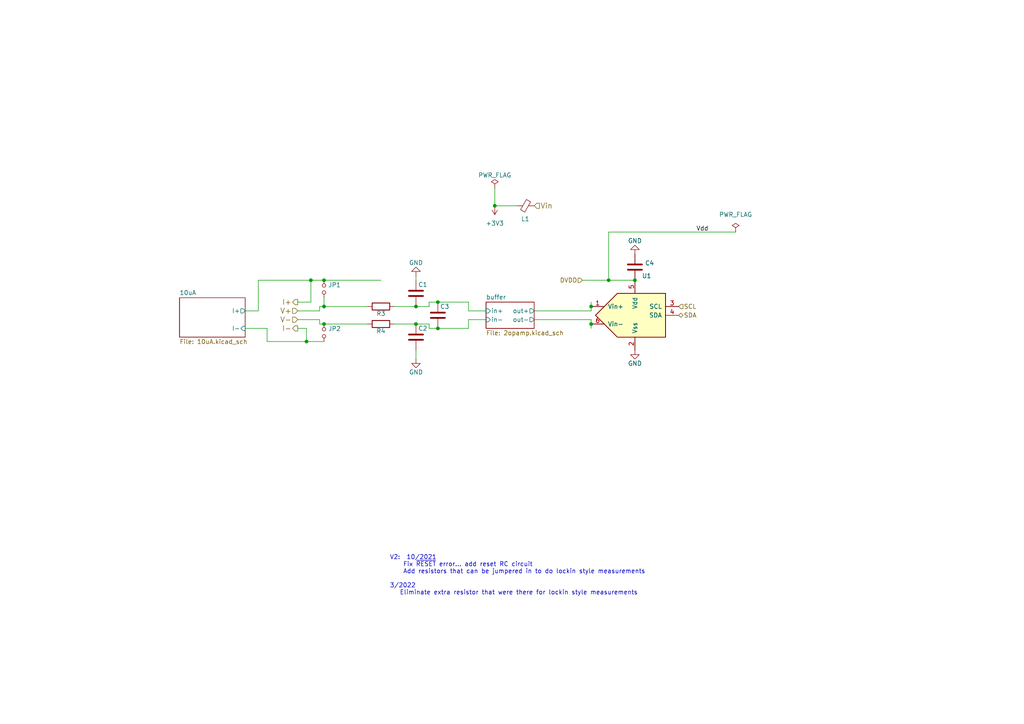
<source format=kicad_sch>
(kicad_sch (version 20211123) (generator eeschema)
  (paper "A4")
  (lib_symbols
    (symbol "0JLC-6:100nF" (pin_numbers hide) (pin_names (offset 0.254))
      (property "Reference" "C" (at 0.635 2.54 0))
      (property "Value" "100nF" (at 0.635 -2.54 0))
      (symbol "100nF_0_1"
        (polyline (pts (xy -2.032 -0.762) (xy 2.032 -0.762)) (stroke (width 0.508)))
        (polyline (pts (xy -2.032 0.762) (xy 2.032 0.762)) (stroke (width 0.508)))
      )
      (symbol "100nF_1_1"
        (pin passive line (at 0 3.81 270) (length 2.794) (name "~") (number "1"))
        (pin passive line (at 0 -3.81 90) (length 2.794) (name "~") (number "2"))
      )
    )
    (symbol "Analog_ADC:MCP3421A0T-ECH" (pin_names (offset 1.016))
      (property "Reference" "U" (at -10.16 7.62 0))
      (property "Value" "MCP3421A0T-ECH" (at 2.54 7.62 0))
      (symbol "MCP3421A0T-ECH_0_1"
        (polyline (pts (xy -5.08 6.35) (xy 8.89 6.35) (xy 8.89 0) (xy 8.89 -6.35) (xy -5.08 -6.35) (xy -11.43 0) (xy -5.08 6.35)) (stroke (width 0.254)) (fill (type background)))
      )
      (symbol "MCP3421A0T-ECH_1_1"
        (pin passive line (at -12.7 2.54 0) (length 3.81) (name "Vin+") (number "1"))
        (pin power_in line (at 0 -10.16 90) (length 3.81) (name "Vss") (number "2"))
        (pin input line (at 12.7 2.54 180) (length 3.81) (name "SCL") (number "3"))
        (pin bidirectional line (at 12.7 0 180) (length 3.81) (name "SDA") (number "4"))
        (pin power_in line (at 0 10.16 270) (length 3.81) (name "Vdd") (number "5"))
        (pin passive line (at -12.7 -2.54 0) (length 3.81) (name "Vin-") (number "6"))
      )
    )
    (symbol "Device:C" (pin_numbers hide) (pin_names (offset 0.254))
      (property "Reference" "C" (at 0.635 2.54 0))
      (property "Value" "C" (at 0.635 -2.54 0))
      (symbol "C_0_1"
        (polyline (pts (xy -2.032 -0.762) (xy 2.032 -0.762)) (stroke (width 0.508)))
        (polyline (pts (xy -2.032 0.762) (xy 2.032 0.762)) (stroke (width 0.508)))
      )
      (symbol "C_1_1"
        (pin passive line (at 0 3.81 270) (length 2.794) (name "~") (number "1"))
        (pin passive line (at 0 -3.81 90) (length 2.794) (name "~") (number "2"))
      )
    )
    (symbol "Device:R" (pin_numbers hide) (pin_names (offset 0))
      (property "Reference" "R" (at 2.032 0 90))
      (property "Value" "R" (at 0 0 90))
      (symbol "R_0_1"
        (rectangle (start -1.016 -2.54) (end 1.016 2.54) (stroke (width 0.254)))
      )
      (symbol "R_1_1"
        (pin passive line (at 0 3.81 270) (length 1.27) (name "~") (number "1"))
        (pin passive line (at 0 -3.81 90) (length 1.27) (name "~") (number "2"))
      )
    )
    (symbol "power:+3.3V" (power) (pin_names (offset 0))
      (property "Value" "+3.3V" (at 0 3.556 0))
      (symbol "+3.3V_0_1"
        (polyline (pts (xy -0.762 1.27) (xy 0 2.54)))
        (polyline (pts (xy 0 0) (xy 0 2.54)))
        (polyline (pts (xy 0 2.54) (xy 0.762 1.27)))
      )
      (symbol "+3.3V_1_1"
        (pin power_in line (at 0 0 90) (length 0) hide (name "+3V3") (number "1"))
      )
    )
    (symbol "power:GND" (power) (pin_names (offset 0))
      (property "Value" "GND" (at 0 -3.81 0))
      (symbol "GND_0_1"
        (polyline (pts (xy 0 0) (xy 0 -1.27) (xy 1.27 -1.27) (xy 0 -2.54) (xy -1.27 -1.27) (xy 0 -1.27)))
      )
      (symbol "GND_1_1"
        (pin power_in line (at 0 0 270) (length 0) hide (name "GND") (number "1"))
      )
    )
    (symbol "power:PWR_FLAG" (power) (pin_numbers hide) (pin_names (offset 0) hide)
      (property "Value" "PWR_FLAG" (at 0 3.81 0))
      (symbol "PWR_FLAG_0_0"
        (pin power_out line (at 0 0 90) (length 0) (name "pwr") (number "1"))
      )
      (symbol "PWR_FLAG_0_1"
        (polyline (pts (xy 0 0) (xy 0 1.27) (xy -1.016 1.905) (xy 0 2.54) (xy 1.016 1.905) (xy 0 1.27)))
      )
    )
    (symbol "two-wire-single-rescue:Ferrite_Bead_Small-Device" (pin_numbers hide) (pin_names (offset 0))
      (property "Reference" "FB" (at 1.905 1.27 0))
      (property "Value" "Ferrite_Bead_Small-Device" (at 1.905 -1.27 0))
      (symbol "Ferrite_Bead_Small-Device_0_1"
        (polyline (pts (xy 0 -1.27) (xy 0 -0.7874)))
        (polyline (pts (xy 0 0.889) (xy 0 1.2954)))
        (polyline (pts (xy -1.8288 0.2794) (xy -1.1176 1.4986) (xy 1.8288 -0.2032) (xy 1.1176 -1.4224) (xy -1.8288 0.2794)))
      )
      (symbol "Ferrite_Bead_Small-Device_1_1"
        (pin passive line (at 0 2.54 270) (length 1.27) (name "~") (number "1"))
        (pin passive line (at 0 -2.54 90) (length 1.27) (name "~") (number "2"))
      )
    )
    (symbol "two-wire-single-rescue:Jumper_NO_Small-Device" (pin_numbers hide) (pin_names (offset 0.762) hide)
      (property "Reference" "JP" (at 0 2.032 0))
      (property "Value" "Jumper_NO_Small-Device" (at 0.254 -1.524 0))
      (symbol "Jumper_NO_Small-Device_0_1"
        (circle (center -1.016 0) (radius 0.508))
        (circle (center 1.016 0) (radius 0.508))
        (pin passive line (at -2.54 0 0) (length 1.016) (name "1") (number "1"))
        (pin passive line (at 2.54 0 180) (length 1.016) (name "2") (number "2"))
      )
    )
  )
  (junction (at 184.15 81.28))
  (junction (at 171.45 93.98))
  (junction (at 93.98 81.28))
  (junction (at 93.98 93.98))
  (junction (at 176.53 81.28))
  (junction (at 90.17 81.28))
  (junction (at 127 95.25))
  (junction (at 120.65 93.98))
  (junction (at 127 87.63))
  (junction (at 120.65 88.9))
  (junction (at 88.9 99.06))
  (junction (at 171.45 88.9))
  (junction (at 93.98 88.9))
  (junction (at 143.51 59.69))
  (wire (pts (xy 171.45 90.17) (xy 171.45 88.9)))
  (wire (pts (xy 171.45 88.9) (xy 171.45 87.63)))
  (wire (pts (xy 135.89 92.71) (xy 140.97 92.71)))
  (wire (pts (xy 77.47 95.25) (xy 77.47 99.06)))
  (wire (pts (xy 127 95.25) (xy 135.89 95.25)))
  (wire (pts (xy 120.65 101.6) (xy 120.65 104.14)))
  (wire (pts (xy 171.45 95.25) (xy 171.45 93.98)))
  (wire (pts (xy 124.46 95.25) (xy 127 95.25)))
  (wire (pts (xy 135.89 90.17) (xy 140.97 90.17)))
  (wire (pts (xy 90.17 87.63) (xy 90.17 81.28)))
  (wire (pts (xy 120.65 81.28) (xy 120.65 80.01)))
  (wire (pts (xy 74.93 90.17) (xy 74.93 81.28)))
  (wire (pts (xy 86.36 87.63) (xy 90.17 87.63)))
  (wire (pts (xy 120.65 88.9) (xy 124.46 88.9)))
  (wire (pts (xy 92.71 92.71) (xy 86.36 92.71)))
  (wire (pts (xy 77.47 99.06) (xy 88.9 99.06)))
  (wire (pts (xy 92.71 90.17) (xy 86.36 90.17)))
  (wire (pts (xy 124.46 93.98) (xy 124.46 95.25)))
  (wire (pts (xy 171.45 93.98) (xy 171.45 92.71)))
  (wire (pts (xy 176.53 67.31) (xy 176.53 81.28)))
  (wire (pts (xy 106.68 93.98) (xy 93.98 93.98)))
  (wire (pts (xy 213.36 67.31) (xy 176.53 67.31)))
  (wire (pts (xy 135.89 87.63) (xy 135.89 90.17)))
  (wire (pts (xy 74.93 81.28) (xy 90.17 81.28)))
  (wire (pts (xy 71.12 95.25) (xy 77.47 95.25)))
  (wire (pts (xy 120.65 93.98) (xy 124.46 93.98)))
  (wire (pts (xy 114.3 88.9) (xy 120.65 88.9)))
  (wire (pts (xy 93.98 88.9) (xy 92.71 88.9)))
  (wire (pts (xy 154.94 92.71) (xy 171.45 92.71)))
  (wire (pts (xy 90.17 81.28) (xy 93.98 81.28)))
  (wire (pts (xy 127 87.63) (xy 135.89 87.63)))
  (wire (pts (xy 114.3 93.98) (xy 120.65 93.98)))
  (wire (pts (xy 93.98 81.28) (xy 110.49 81.28)))
  (wire (pts (xy 86.36 95.25) (xy 88.9 95.25)))
  (wire (pts (xy 92.71 88.9) (xy 92.71 90.17)))
  (wire (pts (xy 135.89 95.25) (xy 135.89 92.71)))
  (wire (pts (xy 88.9 99.06) (xy 93.98 99.06)))
  (wire (pts (xy 176.53 81.28) (xy 184.15 81.28)))
  (wire (pts (xy 106.68 88.9) (xy 93.98 88.9)))
  (wire (pts (xy 124.46 87.63) (xy 127 87.63)))
  (wire (pts (xy 93.98 86.36) (xy 93.98 88.9)))
  (wire (pts (xy 143.51 59.69) (xy 149.86 59.69)))
  (wire (pts (xy 143.51 54.61) (xy 143.51 59.69)))
  (wire (pts (xy 93.98 93.98) (xy 92.71 93.98)))
  (wire (pts (xy 71.12 90.17) (xy 74.93 90.17)))
  (wire (pts (xy 168.91 81.28) (xy 176.53 81.28)))
  (wire (pts (xy 92.71 93.98) (xy 92.71 92.71)))
  (wire (pts (xy 88.9 95.25) (xy 88.9 99.06)))
  (wire (pts (xy 124.46 88.9) (xy 124.46 87.63)))
  (wire (pts (xy 154.94 90.17) (xy 171.45 90.17)))
  (text "V2:  10/2021\n    Fix ~{RESET} error… add reset RC circuit\n    Add resistors that can be jumpered in to do lockin style measurements\n\n3/2022\n   Eliminate extra resistor that were there for lockin style measurements\n" (at 113.03 172.72 0) (effects (font (size 1.27 1.27)) (justify left bottom)))
  (label "Vdd" (at 201.93 67.31 0))
  (hierarchical_label "V+" (shape input) (at 86.36 90.17 180) (effects (font (size 1.524 1.524))))
  (hierarchical_label "SDA" (shape bidirectional) (at 196.85 91.44 0))
  (hierarchical_label "Vin" (shape input) (at 154.94 59.69 0) (effects (font (size 1.524 1.524))))
  (hierarchical_label "SCL" (shape input) (at 196.85 88.9 0))
  (hierarchical_label "I+" (shape output) (at 86.36 87.63 180) (effects (font (size 1.524 1.524))))
  (hierarchical_label "I-" (shape output) (at 86.36 95.25 180) (effects (font (size 1.524 1.524))))
  (hierarchical_label "V-" (shape input) (at 86.36 92.71 180) (effects (font (size 1.524 1.524))))
  (hierarchical_label "DVDD" (shape input) (at 168.91 81.28 180))
  (symbol (lib_id "Device:R") (at 110.49 88.9 270) (unit 1)
    (property "Reference" "R3" (at 110.49 90.932 90))
    (property "MFR" "Yageo" (effects hide))
    (property "MPN" "0402WGF1003TCE" (effects hide))
    (property "SPURL" "-" (effects hide))
    (property "LCSC" "C25741" (effects hide))
  )
  (symbol (lib_id "Device:R") (at 110.49 93.98 270) (unit 1)
    (property "Reference" "R4" (at 110.49 96.012 90))
    (property "MFR" "Yageo" (effects hide))
    (property "MPN" "0402WGF1003TCE" (effects hide))
    (property "SPURL" "-" (effects hide))
    (property "LCSC" "C25741" (effects hide))
  )
  (symbol (lib_id "two-wire-single-rescue:Ferrite_Bead_Small-Device") (at 152.4 59.69 270) (unit 1)
    (property "Reference" "L1" (at 151.13 63.5 90) (effects (justify left)))
    (property "MFR" "TDK" (effects hide))
    (property "MPN" "MMZ2012Y202B" (effects hide))
    (property "ORIG" "MMZ2012Y152B, C21517" (effects hide))
    (property "LCSC" "C76811" (effects hide))
  )
  (symbol (lib_id "power:PWR_FLAG") (at 143.51 54.61 0) (unit 1)
    (property "Reference" "#FLG02" (effects hide))
    (property "Value" "PWR_FLAG" (at 143.51 50.8 0))
  )
  (symbol (lib_id "0JLC-6:100nF") (at 184.15 77.47 180) (unit 1)
    (property "Reference" "C4" (at 187.071 76.3016 0) (effects (justify right)))
    (property "LCSC" "C1525" (effects hide))
    (property "MPN" "CL05B104KO5NNNC" (effects hide))
  )
  (symbol (lib_id "Device:C") (at 120.65 97.79 0) (unit 1)
    (property "Reference" "C2" (at 121.285 95.25 0) (effects (justify left)))
    (property "Datasheet" "CC0603KRX7R9BB104" (effects hide))
    (property "MPN" "CL05B104KO5NNNC" (effects hide))
    (property "SPURL" "-" (effects hide))
    (property "MFR" "Samsung" (effects hide))
    (property "LCSC" "C1525" (effects hide))
  )
  (symbol (lib_id "Device:C") (at 120.65 85.09 0) (unit 1)
    (property "Reference" "C1" (at 121.285 82.55 0) (effects (justify left)))
    (property "Datasheet" "CC0603KRX7R9BB104" (effects hide))
    (property "Part" "GRM31C5C1E104JA01L " (effects hide))
    (property "Digikey" "490-1767-1-ND " (effects hide))
    (property "MPN" "CL05B104KO5NNNC" (effects hide))
    (property "SPURL" "-" (effects hide))
    (property "MFR" "Samsung" (effects hide))
    (property "LCSC" "C1525" (effects hide))
  )
  (symbol (lib_id "Device:C") (at 127 91.44 0) (unit 1)
    (property "Reference" "C3" (at 127.635 88.9 0) (effects (justify left)))
    (property "MPN" "GCM155C71A105KE38D" (effects hide))
    (property "Manufacturer" "Yageo" (effects hide))
    (property "MFR" "Samsung" (effects hide))
    (property "SPURL" "-" (effects hide))
    (property "LCSC" "C126521" (effects hide))
  )
  (symbol (lib_id "power:GND") (at 120.65 104.14 0) (unit 1)
    (property "Reference" "#PWR05" (effects hide))
    (property "Value" "GND" (at 120.65 107.95 0))
  )
  (symbol (lib_id "power:GND") (at 120.65 80.01 180) (unit 1)
    (property "Reference" "#PWR04" (effects hide))
    (property "Value" "GND" (at 120.65 76.2 0))
  )
  (symbol (lib_id "power:GND") (at 184.15 73.66 180) (unit 1)
    (property "Reference" "#PWR07" (effects hide))
    (property "Value" "GND" (at 184.15 69.85 0))
  )
  (symbol (lib_id "power:GND") (at 184.15 101.6 0) (unit 1)
    (property "Reference" "#PWR08" (effects hide))
    (property "Value" "GND" (at 184.15 105.41 0))
  )
  (symbol (lib_id "two-wire-single-rescue:Jumper_NO_Small-Device") (at 93.98 83.82 270) (unit 1)
    (property "Reference" "JP1" (at 95.1992 82.6516 90) (effects (justify left)))
  )
  (symbol (lib_id "two-wire-single-rescue:Jumper_NO_Small-Device") (at 93.98 96.52 270) (unit 1)
    (property "Reference" "JP2" (at 95.1992 95.3516 90) (effects (justify left)))
  )
  (symbol (lib_id "power:PWR_FLAG") (at 213.36 67.31 0) (unit 1)
    (property "Reference" "#FLG03" (effects hide))
    (property "Value" "PWR_FLAG" (at 213.36 62.23 0))
  )
  (symbol (lib_id "power:+3.3V") (at 143.51 59.69 180) (unit 1)
    (property "Reference" "#PWR06" (effects hide))
  )
  (symbol (lib_id "Analog_ADC:MCP3421A0T-ECH") (at 184.15 91.44 0) (unit 1)
    (property "Reference" "U1" (at 186.1694 80.01 0) (effects (justify left)))
    (property "Datasheet" "http://ww1.microchip.com/downloads/en/DeviceDoc/22003e.pdf" (effects hide))
  )
  (sheet (at 140.97 87.63) (size 13.97 7.62) (stroke (width 0.1524))
    (property "Sheet name" "buffer" (at 140.97 86.9184 0) (effects (justify left bottom)))
    (property "Sheet file" "2opamp.kicad_sch" (at 140.97 95.8346 0) (effects (justify left top)))
    (pin "in+" input (at 140.97 90.17 180))
    (pin "in-" input (at 140.97 92.71 180))
    (pin "out+" output (at 154.94 90.17 0))
    (pin "out-" output (at 154.94 92.71 0))
  )
  (sheet (at 52.07 86.36) (size 19.05 11.43) (stroke (width 0.1524))
    (property "Sheet name" "10uA" (at 52.07 85.6484 0) (effects (justify left bottom)))
    (property "Sheet file" "10uA.kicad_sch" (at 52.07 98.3746 0) (effects (justify left top)))
    (pin "I-" input (at 71.12 95.25 0))
    (pin "I+" output (at 71.12 90.17 0))
  )
)
</source>
